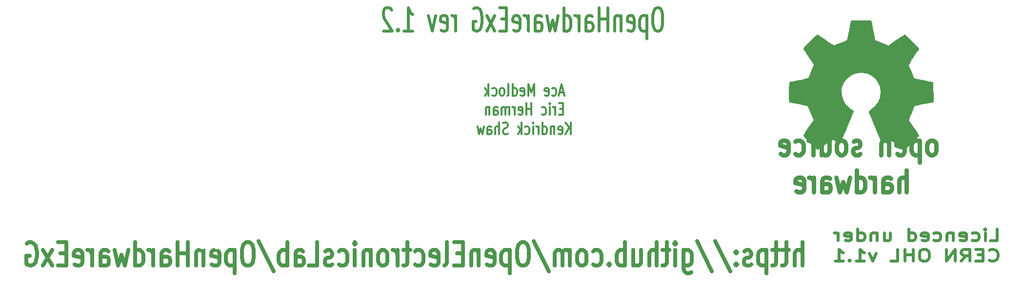
<source format=gbo>
G04 #@! TF.GenerationSoftware,KiCad,Pcbnew,(2018-02-14 revision 6afdf1cf8)-makepkg*
G04 #@! TF.CreationDate,2018-02-15T17:47:45+13:00*
G04 #@! TF.ProjectId,arduino-ads129x,61726475696E6F2D616473313239782E,rev?*
G04 #@! TF.SameCoordinates,Original*
G04 #@! TF.FileFunction,Legend,Bot*
G04 #@! TF.FilePolarity,Positive*
%FSLAX46Y46*%
G04 Gerber Fmt 4.6, Leading zero omitted, Abs format (unit mm)*
G04 Created by KiCad (PCBNEW (2018-02-14 revision 6afdf1cf8)-makepkg) date 02/15/18 17:47:45*
%MOMM*%
%LPD*%
G01*
G04 APERTURE LIST*
%ADD10C,0.304800*%
%ADD11C,0.508000*%
%ADD12C,0.635000*%
%ADD13C,0.762000*%
%ADD14C,0.002540*%
%ADD15R,1.501140X1.501140*%
%ADD16C,1.501140*%
%ADD17R,1.524000X1.524000*%
%ADD18C,1.524000*%
%ADD19C,2.700020*%
%ADD20C,3.797300*%
G04 APERTURE END LIST*
D10*
X138901714Y-72423866D02*
X138176000Y-72423866D01*
X139046857Y-73004438D02*
X138538857Y-70972438D01*
X138030857Y-73004438D01*
X136869714Y-72907676D02*
X137014857Y-73004438D01*
X137305142Y-73004438D01*
X137450285Y-72907676D01*
X137522857Y-72810914D01*
X137595428Y-72617390D01*
X137595428Y-72036819D01*
X137522857Y-71843295D01*
X137450285Y-71746533D01*
X137305142Y-71649771D01*
X137014857Y-71649771D01*
X136869714Y-71746533D01*
X135636000Y-72907676D02*
X135781142Y-73004438D01*
X136071428Y-73004438D01*
X136216571Y-72907676D01*
X136289142Y-72714152D01*
X136289142Y-71940057D01*
X136216571Y-71746533D01*
X136071428Y-71649771D01*
X135781142Y-71649771D01*
X135636000Y-71746533D01*
X135563428Y-71940057D01*
X135563428Y-72133580D01*
X136289142Y-72327104D01*
X133749142Y-73004438D02*
X133749142Y-70972438D01*
X133241142Y-72423866D01*
X132733142Y-70972438D01*
X132733142Y-73004438D01*
X131426857Y-72907676D02*
X131572000Y-73004438D01*
X131862285Y-73004438D01*
X132007428Y-72907676D01*
X132080000Y-72714152D01*
X132080000Y-71940057D01*
X132007428Y-71746533D01*
X131862285Y-71649771D01*
X131572000Y-71649771D01*
X131426857Y-71746533D01*
X131354285Y-71940057D01*
X131354285Y-72133580D01*
X132080000Y-72327104D01*
X130048000Y-73004438D02*
X130048000Y-70972438D01*
X130048000Y-72907676D02*
X130193142Y-73004438D01*
X130483428Y-73004438D01*
X130628571Y-72907676D01*
X130701142Y-72810914D01*
X130773714Y-72617390D01*
X130773714Y-72036819D01*
X130701142Y-71843295D01*
X130628571Y-71746533D01*
X130483428Y-71649771D01*
X130193142Y-71649771D01*
X130048000Y-71746533D01*
X129104571Y-73004438D02*
X129249714Y-72907676D01*
X129322285Y-72714152D01*
X129322285Y-70972438D01*
X128306285Y-73004438D02*
X128451428Y-72907676D01*
X128524000Y-72810914D01*
X128596571Y-72617390D01*
X128596571Y-72036819D01*
X128524000Y-71843295D01*
X128451428Y-71746533D01*
X128306285Y-71649771D01*
X128088571Y-71649771D01*
X127943428Y-71746533D01*
X127870857Y-71843295D01*
X127798285Y-72036819D01*
X127798285Y-72617390D01*
X127870857Y-72810914D01*
X127943428Y-72907676D01*
X128088571Y-73004438D01*
X128306285Y-73004438D01*
X126492000Y-72907676D02*
X126637142Y-73004438D01*
X126927428Y-73004438D01*
X127072571Y-72907676D01*
X127145142Y-72810914D01*
X127217714Y-72617390D01*
X127217714Y-72036819D01*
X127145142Y-71843295D01*
X127072571Y-71746533D01*
X126927428Y-71649771D01*
X126637142Y-71649771D01*
X126492000Y-71746533D01*
X125838857Y-73004438D02*
X125838857Y-70972438D01*
X125693714Y-72230342D02*
X125258285Y-73004438D01*
X125258285Y-71649771D02*
X125838857Y-72423866D01*
X138792857Y-75292857D02*
X138284857Y-75292857D01*
X138067142Y-76357238D02*
X138792857Y-76357238D01*
X138792857Y-74325238D01*
X138067142Y-74325238D01*
X137414000Y-76357238D02*
X137414000Y-75002571D01*
X137414000Y-75389619D02*
X137341428Y-75196095D01*
X137268857Y-75099333D01*
X137123714Y-75002571D01*
X136978571Y-75002571D01*
X136470571Y-76357238D02*
X136470571Y-75002571D01*
X136470571Y-74325238D02*
X136543142Y-74422000D01*
X136470571Y-74518761D01*
X136398000Y-74422000D01*
X136470571Y-74325238D01*
X136470571Y-74518761D01*
X135091714Y-76260476D02*
X135236857Y-76357238D01*
X135527142Y-76357238D01*
X135672285Y-76260476D01*
X135744857Y-76163714D01*
X135817428Y-75970190D01*
X135817428Y-75389619D01*
X135744857Y-75196095D01*
X135672285Y-75099333D01*
X135527142Y-75002571D01*
X135236857Y-75002571D01*
X135091714Y-75099333D01*
X133277428Y-76357238D02*
X133277428Y-74325238D01*
X133277428Y-75292857D02*
X132406571Y-75292857D01*
X132406571Y-76357238D02*
X132406571Y-74325238D01*
X131100285Y-76260476D02*
X131245428Y-76357238D01*
X131535714Y-76357238D01*
X131680857Y-76260476D01*
X131753428Y-76066952D01*
X131753428Y-75292857D01*
X131680857Y-75099333D01*
X131535714Y-75002571D01*
X131245428Y-75002571D01*
X131100285Y-75099333D01*
X131027714Y-75292857D01*
X131027714Y-75486380D01*
X131753428Y-75679904D01*
X130374571Y-76357238D02*
X130374571Y-75002571D01*
X130374571Y-75389619D02*
X130302000Y-75196095D01*
X130229428Y-75099333D01*
X130084285Y-75002571D01*
X129939142Y-75002571D01*
X129431142Y-76357238D02*
X129431142Y-75002571D01*
X129431142Y-75196095D02*
X129358571Y-75099333D01*
X129213428Y-75002571D01*
X128995714Y-75002571D01*
X128850571Y-75099333D01*
X128778000Y-75292857D01*
X128778000Y-76357238D01*
X128778000Y-75292857D02*
X128705428Y-75099333D01*
X128560285Y-75002571D01*
X128342571Y-75002571D01*
X128197428Y-75099333D01*
X128124857Y-75292857D01*
X128124857Y-76357238D01*
X126746000Y-76357238D02*
X126746000Y-75292857D01*
X126818571Y-75099333D01*
X126963714Y-75002571D01*
X127254000Y-75002571D01*
X127399142Y-75099333D01*
X126746000Y-76260476D02*
X126891142Y-76357238D01*
X127254000Y-76357238D01*
X127399142Y-76260476D01*
X127471714Y-76066952D01*
X127471714Y-75873428D01*
X127399142Y-75679904D01*
X127254000Y-75583142D01*
X126891142Y-75583142D01*
X126746000Y-75486380D01*
X126020285Y-75002571D02*
X126020285Y-76357238D01*
X126020285Y-75196095D02*
X125947714Y-75099333D01*
X125802571Y-75002571D01*
X125584857Y-75002571D01*
X125439714Y-75099333D01*
X125367142Y-75292857D01*
X125367142Y-76357238D01*
X140099142Y-79710038D02*
X140099142Y-77678038D01*
X139228285Y-79710038D02*
X139881428Y-78548895D01*
X139228285Y-77678038D02*
X140099142Y-78839180D01*
X137994571Y-79613276D02*
X138139714Y-79710038D01*
X138430000Y-79710038D01*
X138575142Y-79613276D01*
X138647714Y-79419752D01*
X138647714Y-78645657D01*
X138575142Y-78452133D01*
X138430000Y-78355371D01*
X138139714Y-78355371D01*
X137994571Y-78452133D01*
X137922000Y-78645657D01*
X137922000Y-78839180D01*
X138647714Y-79032704D01*
X137268857Y-78355371D02*
X137268857Y-79710038D01*
X137268857Y-78548895D02*
X137196285Y-78452133D01*
X137051142Y-78355371D01*
X136833428Y-78355371D01*
X136688285Y-78452133D01*
X136615714Y-78645657D01*
X136615714Y-79710038D01*
X135236857Y-79710038D02*
X135236857Y-77678038D01*
X135236857Y-79613276D02*
X135382000Y-79710038D01*
X135672285Y-79710038D01*
X135817428Y-79613276D01*
X135890000Y-79516514D01*
X135962571Y-79322990D01*
X135962571Y-78742419D01*
X135890000Y-78548895D01*
X135817428Y-78452133D01*
X135672285Y-78355371D01*
X135382000Y-78355371D01*
X135236857Y-78452133D01*
X134511142Y-79710038D02*
X134511142Y-78355371D01*
X134511142Y-78742419D02*
X134438571Y-78548895D01*
X134366000Y-78452133D01*
X134220857Y-78355371D01*
X134075714Y-78355371D01*
X133567714Y-79710038D02*
X133567714Y-78355371D01*
X133567714Y-77678038D02*
X133640285Y-77774800D01*
X133567714Y-77871561D01*
X133495142Y-77774800D01*
X133567714Y-77678038D01*
X133567714Y-77871561D01*
X132188857Y-79613276D02*
X132334000Y-79710038D01*
X132624285Y-79710038D01*
X132769428Y-79613276D01*
X132842000Y-79516514D01*
X132914571Y-79322990D01*
X132914571Y-78742419D01*
X132842000Y-78548895D01*
X132769428Y-78452133D01*
X132624285Y-78355371D01*
X132334000Y-78355371D01*
X132188857Y-78452133D01*
X131535714Y-79710038D02*
X131535714Y-77678038D01*
X131390571Y-78935942D02*
X130955142Y-79710038D01*
X130955142Y-78355371D02*
X131535714Y-79129466D01*
X129213428Y-79613276D02*
X128995714Y-79710038D01*
X128632857Y-79710038D01*
X128487714Y-79613276D01*
X128415142Y-79516514D01*
X128342571Y-79322990D01*
X128342571Y-79129466D01*
X128415142Y-78935942D01*
X128487714Y-78839180D01*
X128632857Y-78742419D01*
X128923142Y-78645657D01*
X129068285Y-78548895D01*
X129140857Y-78452133D01*
X129213428Y-78258609D01*
X129213428Y-78065085D01*
X129140857Y-77871561D01*
X129068285Y-77774800D01*
X128923142Y-77678038D01*
X128560285Y-77678038D01*
X128342571Y-77774800D01*
X127689428Y-79710038D02*
X127689428Y-77678038D01*
X127036285Y-79710038D02*
X127036285Y-78645657D01*
X127108857Y-78452133D01*
X127254000Y-78355371D01*
X127471714Y-78355371D01*
X127616857Y-78452133D01*
X127689428Y-78548895D01*
X125657428Y-79710038D02*
X125657428Y-78645657D01*
X125730000Y-78452133D01*
X125875142Y-78355371D01*
X126165428Y-78355371D01*
X126310571Y-78452133D01*
X125657428Y-79613276D02*
X125802571Y-79710038D01*
X126165428Y-79710038D01*
X126310571Y-79613276D01*
X126383142Y-79419752D01*
X126383142Y-79226228D01*
X126310571Y-79032704D01*
X126165428Y-78935942D01*
X125802571Y-78935942D01*
X125657428Y-78839180D01*
X125076857Y-78355371D02*
X124786571Y-79710038D01*
X124496285Y-78742419D01*
X124206000Y-79710038D01*
X123915714Y-78355371D01*
D11*
X155472190Y-57718476D02*
X154988380Y-57718476D01*
X154746476Y-57912000D01*
X154504571Y-58299047D01*
X154383619Y-59073142D01*
X154383619Y-60427809D01*
X154504571Y-61201904D01*
X154746476Y-61588952D01*
X154988380Y-61782476D01*
X155472190Y-61782476D01*
X155714095Y-61588952D01*
X155956000Y-61201904D01*
X156076952Y-60427809D01*
X156076952Y-59073142D01*
X155956000Y-58299047D01*
X155714095Y-57912000D01*
X155472190Y-57718476D01*
X153295047Y-59073142D02*
X153295047Y-63137142D01*
X153295047Y-59266666D02*
X153053142Y-59073142D01*
X152569333Y-59073142D01*
X152327428Y-59266666D01*
X152206476Y-59460190D01*
X152085523Y-59847238D01*
X152085523Y-61008380D01*
X152206476Y-61395428D01*
X152327428Y-61588952D01*
X152569333Y-61782476D01*
X153053142Y-61782476D01*
X153295047Y-61588952D01*
X150029333Y-61588952D02*
X150271238Y-61782476D01*
X150755047Y-61782476D01*
X150996952Y-61588952D01*
X151117904Y-61201904D01*
X151117904Y-59653714D01*
X150996952Y-59266666D01*
X150755047Y-59073142D01*
X150271238Y-59073142D01*
X150029333Y-59266666D01*
X149908380Y-59653714D01*
X149908380Y-60040761D01*
X151117904Y-60427809D01*
X148819809Y-59073142D02*
X148819809Y-61782476D01*
X148819809Y-59460190D02*
X148698857Y-59266666D01*
X148456952Y-59073142D01*
X148094095Y-59073142D01*
X147852190Y-59266666D01*
X147731238Y-59653714D01*
X147731238Y-61782476D01*
X146521714Y-61782476D02*
X146521714Y-57718476D01*
X146521714Y-59653714D02*
X145070285Y-59653714D01*
X145070285Y-61782476D02*
X145070285Y-57718476D01*
X142772190Y-61782476D02*
X142772190Y-59653714D01*
X142893142Y-59266666D01*
X143135047Y-59073142D01*
X143618857Y-59073142D01*
X143860761Y-59266666D01*
X142772190Y-61588952D02*
X143014095Y-61782476D01*
X143618857Y-61782476D01*
X143860761Y-61588952D01*
X143981714Y-61201904D01*
X143981714Y-60814857D01*
X143860761Y-60427809D01*
X143618857Y-60234285D01*
X143014095Y-60234285D01*
X142772190Y-60040761D01*
X141562666Y-61782476D02*
X141562666Y-59073142D01*
X141562666Y-59847238D02*
X141441714Y-59460190D01*
X141320761Y-59266666D01*
X141078857Y-59073142D01*
X140836952Y-59073142D01*
X138901714Y-61782476D02*
X138901714Y-57718476D01*
X138901714Y-61588952D02*
X139143619Y-61782476D01*
X139627428Y-61782476D01*
X139869333Y-61588952D01*
X139990285Y-61395428D01*
X140111238Y-61008380D01*
X140111238Y-59847238D01*
X139990285Y-59460190D01*
X139869333Y-59266666D01*
X139627428Y-59073142D01*
X139143619Y-59073142D01*
X138901714Y-59266666D01*
X137934095Y-59073142D02*
X137450285Y-61782476D01*
X136966476Y-59847238D01*
X136482666Y-61782476D01*
X135998857Y-59073142D01*
X133942666Y-61782476D02*
X133942666Y-59653714D01*
X134063619Y-59266666D01*
X134305523Y-59073142D01*
X134789333Y-59073142D01*
X135031238Y-59266666D01*
X133942666Y-61588952D02*
X134184571Y-61782476D01*
X134789333Y-61782476D01*
X135031238Y-61588952D01*
X135152190Y-61201904D01*
X135152190Y-60814857D01*
X135031238Y-60427809D01*
X134789333Y-60234285D01*
X134184571Y-60234285D01*
X133942666Y-60040761D01*
X132733142Y-61782476D02*
X132733142Y-59073142D01*
X132733142Y-59847238D02*
X132612190Y-59460190D01*
X132491238Y-59266666D01*
X132249333Y-59073142D01*
X132007428Y-59073142D01*
X130193142Y-61588952D02*
X130435047Y-61782476D01*
X130918857Y-61782476D01*
X131160761Y-61588952D01*
X131281714Y-61201904D01*
X131281714Y-59653714D01*
X131160761Y-59266666D01*
X130918857Y-59073142D01*
X130435047Y-59073142D01*
X130193142Y-59266666D01*
X130072190Y-59653714D01*
X130072190Y-60040761D01*
X131281714Y-60427809D01*
X128983619Y-59653714D02*
X128136952Y-59653714D01*
X127774095Y-61782476D02*
X128983619Y-61782476D01*
X128983619Y-57718476D01*
X127774095Y-57718476D01*
X126927428Y-61782476D02*
X125596952Y-59073142D01*
X126927428Y-59073142D02*
X125596952Y-61782476D01*
X123298857Y-57912000D02*
X123540761Y-57718476D01*
X123903619Y-57718476D01*
X124266476Y-57912000D01*
X124508380Y-58299047D01*
X124629333Y-58686095D01*
X124750285Y-59460190D01*
X124750285Y-60040761D01*
X124629333Y-60814857D01*
X124508380Y-61201904D01*
X124266476Y-61588952D01*
X123903619Y-61782476D01*
X123661714Y-61782476D01*
X123298857Y-61588952D01*
X123177904Y-61395428D01*
X123177904Y-60040761D01*
X123661714Y-60040761D01*
X120154095Y-61782476D02*
X120154095Y-59073142D01*
X120154095Y-59847238D02*
X120033142Y-59460190D01*
X119912190Y-59266666D01*
X119670285Y-59073142D01*
X119428380Y-59073142D01*
X117614095Y-61588952D02*
X117855999Y-61782476D01*
X118339809Y-61782476D01*
X118581714Y-61588952D01*
X118702666Y-61201904D01*
X118702666Y-59653714D01*
X118581714Y-59266666D01*
X118339809Y-59073142D01*
X117855999Y-59073142D01*
X117614095Y-59266666D01*
X117493142Y-59653714D01*
X117493142Y-60040761D01*
X118702666Y-60427809D01*
X116646476Y-59073142D02*
X116041714Y-61782476D01*
X115436952Y-59073142D01*
X111203619Y-61782476D02*
X112655047Y-61782476D01*
X111929333Y-61782476D02*
X111929333Y-57718476D01*
X112171238Y-58299047D01*
X112413142Y-58686095D01*
X112655047Y-58879619D01*
X110115047Y-61395428D02*
X109994095Y-61588952D01*
X110115047Y-61782476D01*
X110235999Y-61588952D01*
X110115047Y-61395428D01*
X110115047Y-61782476D01*
X109026476Y-58105523D02*
X108905523Y-57912000D01*
X108663619Y-57718476D01*
X108058857Y-57718476D01*
X107816952Y-57912000D01*
X107695999Y-58105523D01*
X107575047Y-58492571D01*
X107575047Y-58879619D01*
X107695999Y-59460190D01*
X109147428Y-61782476D01*
X107575047Y-61782476D01*
D12*
X180303714Y-102612976D02*
X180303714Y-98548976D01*
X178997428Y-102612976D02*
X178997428Y-100484214D01*
X179142571Y-100097166D01*
X179432857Y-99903642D01*
X179868285Y-99903642D01*
X180158571Y-100097166D01*
X180303714Y-100290690D01*
X177981428Y-99903642D02*
X176820285Y-99903642D01*
X177546000Y-98548976D02*
X177546000Y-102032404D01*
X177400857Y-102419452D01*
X177110571Y-102612976D01*
X176820285Y-102612976D01*
X176239714Y-99903642D02*
X175078571Y-99903642D01*
X175804285Y-98548976D02*
X175804285Y-102032404D01*
X175659142Y-102419452D01*
X175368857Y-102612976D01*
X175078571Y-102612976D01*
X174062571Y-99903642D02*
X174062571Y-103967642D01*
X174062571Y-100097166D02*
X173772285Y-99903642D01*
X173191714Y-99903642D01*
X172901428Y-100097166D01*
X172756285Y-100290690D01*
X172611142Y-100677738D01*
X172611142Y-101838880D01*
X172756285Y-102225928D01*
X172901428Y-102419452D01*
X173191714Y-102612976D01*
X173772285Y-102612976D01*
X174062571Y-102419452D01*
X171450000Y-102419452D02*
X171159714Y-102612976D01*
X170579142Y-102612976D01*
X170288857Y-102419452D01*
X170143714Y-102032404D01*
X170143714Y-101838880D01*
X170288857Y-101451833D01*
X170579142Y-101258309D01*
X171014571Y-101258309D01*
X171304857Y-101064785D01*
X171450000Y-100677738D01*
X171450000Y-100484214D01*
X171304857Y-100097166D01*
X171014571Y-99903642D01*
X170579142Y-99903642D01*
X170288857Y-100097166D01*
X168837428Y-102225928D02*
X168692285Y-102419452D01*
X168837428Y-102612976D01*
X168982571Y-102419452D01*
X168837428Y-102225928D01*
X168837428Y-102612976D01*
X168837428Y-100097166D02*
X168692285Y-100290690D01*
X168837428Y-100484214D01*
X168982571Y-100290690D01*
X168837428Y-100097166D01*
X168837428Y-100484214D01*
X165208857Y-98355452D02*
X167821428Y-103580595D01*
X162015714Y-98355452D02*
X164628285Y-103580595D01*
X159693428Y-99903642D02*
X159693428Y-103193547D01*
X159838571Y-103580595D01*
X159983714Y-103774119D01*
X160274000Y-103967642D01*
X160709428Y-103967642D01*
X160999714Y-103774119D01*
X159693428Y-102419452D02*
X159983714Y-102612976D01*
X160564285Y-102612976D01*
X160854571Y-102419452D01*
X160999714Y-102225928D01*
X161144857Y-101838880D01*
X161144857Y-100677738D01*
X160999714Y-100290690D01*
X160854571Y-100097166D01*
X160564285Y-99903642D01*
X159983714Y-99903642D01*
X159693428Y-100097166D01*
X158242000Y-102612976D02*
X158242000Y-99903642D01*
X158242000Y-98548976D02*
X158387142Y-98742500D01*
X158242000Y-98936023D01*
X158096857Y-98742500D01*
X158242000Y-98548976D01*
X158242000Y-98936023D01*
X157226000Y-99903642D02*
X156064857Y-99903642D01*
X156790571Y-98548976D02*
X156790571Y-102032404D01*
X156645428Y-102419452D01*
X156355142Y-102612976D01*
X156064857Y-102612976D01*
X155048857Y-102612976D02*
X155048857Y-98548976D01*
X153742571Y-102612976D02*
X153742571Y-100484214D01*
X153887714Y-100097166D01*
X154178000Y-99903642D01*
X154613428Y-99903642D01*
X154903714Y-100097166D01*
X155048857Y-100290690D01*
X150984857Y-99903642D02*
X150984857Y-102612976D01*
X152291142Y-99903642D02*
X152291142Y-102032404D01*
X152146000Y-102419452D01*
X151855714Y-102612976D01*
X151420285Y-102612976D01*
X151130000Y-102419452D01*
X150984857Y-102225928D01*
X149533428Y-102612976D02*
X149533428Y-98548976D01*
X149533428Y-100097166D02*
X149243142Y-99903642D01*
X148662571Y-99903642D01*
X148372285Y-100097166D01*
X148227142Y-100290690D01*
X148082000Y-100677738D01*
X148082000Y-101838880D01*
X148227142Y-102225928D01*
X148372285Y-102419452D01*
X148662571Y-102612976D01*
X149243142Y-102612976D01*
X149533428Y-102419452D01*
X146775714Y-102225928D02*
X146630571Y-102419452D01*
X146775714Y-102612976D01*
X146920857Y-102419452D01*
X146775714Y-102225928D01*
X146775714Y-102612976D01*
X144018000Y-102419452D02*
X144308285Y-102612976D01*
X144888857Y-102612976D01*
X145179142Y-102419452D01*
X145324285Y-102225928D01*
X145469428Y-101838880D01*
X145469428Y-100677738D01*
X145324285Y-100290690D01*
X145179142Y-100097166D01*
X144888857Y-99903642D01*
X144308285Y-99903642D01*
X144018000Y-100097166D01*
X142276285Y-102612976D02*
X142566571Y-102419452D01*
X142711714Y-102225928D01*
X142856857Y-101838880D01*
X142856857Y-100677738D01*
X142711714Y-100290690D01*
X142566571Y-100097166D01*
X142276285Y-99903642D01*
X141840857Y-99903642D01*
X141550571Y-100097166D01*
X141405428Y-100290690D01*
X141260285Y-100677738D01*
X141260285Y-101838880D01*
X141405428Y-102225928D01*
X141550571Y-102419452D01*
X141840857Y-102612976D01*
X142276285Y-102612976D01*
X139954000Y-102612976D02*
X139954000Y-99903642D01*
X139954000Y-100290690D02*
X139808857Y-100097166D01*
X139518571Y-99903642D01*
X139083142Y-99903642D01*
X138792857Y-100097166D01*
X138647714Y-100484214D01*
X138647714Y-102612976D01*
X138647714Y-100484214D02*
X138502571Y-100097166D01*
X138212285Y-99903642D01*
X137776857Y-99903642D01*
X137486571Y-100097166D01*
X137341428Y-100484214D01*
X137341428Y-102612976D01*
X133712857Y-98355452D02*
X136325428Y-103580595D01*
X132116285Y-98548976D02*
X131535714Y-98548976D01*
X131245428Y-98742500D01*
X130955142Y-99129547D01*
X130810000Y-99903642D01*
X130810000Y-101258309D01*
X130955142Y-102032404D01*
X131245428Y-102419452D01*
X131535714Y-102612976D01*
X132116285Y-102612976D01*
X132406571Y-102419452D01*
X132696857Y-102032404D01*
X132842000Y-101258309D01*
X132842000Y-99903642D01*
X132696857Y-99129547D01*
X132406571Y-98742500D01*
X132116285Y-98548976D01*
X129503714Y-99903642D02*
X129503714Y-103967642D01*
X129503714Y-100097166D02*
X129213428Y-99903642D01*
X128632857Y-99903642D01*
X128342571Y-100097166D01*
X128197428Y-100290690D01*
X128052285Y-100677738D01*
X128052285Y-101838880D01*
X128197428Y-102225928D01*
X128342571Y-102419452D01*
X128632857Y-102612976D01*
X129213428Y-102612976D01*
X129503714Y-102419452D01*
X125584857Y-102419452D02*
X125875142Y-102612976D01*
X126455714Y-102612976D01*
X126746000Y-102419452D01*
X126891142Y-102032404D01*
X126891142Y-100484214D01*
X126746000Y-100097166D01*
X126455714Y-99903642D01*
X125875142Y-99903642D01*
X125584857Y-100097166D01*
X125439714Y-100484214D01*
X125439714Y-100871261D01*
X126891142Y-101258309D01*
X124133428Y-99903642D02*
X124133428Y-102612976D01*
X124133428Y-100290690D02*
X123988285Y-100097166D01*
X123698000Y-99903642D01*
X123262571Y-99903642D01*
X122972285Y-100097166D01*
X122827142Y-100484214D01*
X122827142Y-102612976D01*
X121375714Y-100484214D02*
X120359714Y-100484214D01*
X119924285Y-102612976D02*
X121375714Y-102612976D01*
X121375714Y-98548976D01*
X119924285Y-98548976D01*
X118182571Y-102612976D02*
X118472857Y-102419452D01*
X118618000Y-102032404D01*
X118618000Y-98548976D01*
X115860285Y-102419452D02*
X116150571Y-102612976D01*
X116731142Y-102612976D01*
X117021428Y-102419452D01*
X117166571Y-102032404D01*
X117166571Y-100484214D01*
X117021428Y-100097166D01*
X116731142Y-99903642D01*
X116150571Y-99903642D01*
X115860285Y-100097166D01*
X115715142Y-100484214D01*
X115715142Y-100871261D01*
X117166571Y-101258309D01*
X113102571Y-102419452D02*
X113392857Y-102612976D01*
X113973428Y-102612976D01*
X114263714Y-102419452D01*
X114408857Y-102225928D01*
X114554000Y-101838880D01*
X114554000Y-100677738D01*
X114408857Y-100290690D01*
X114263714Y-100097166D01*
X113973428Y-99903642D01*
X113392857Y-99903642D01*
X113102571Y-100097166D01*
X112231714Y-99903642D02*
X111070571Y-99903642D01*
X111796285Y-98548976D02*
X111796285Y-102032404D01*
X111651142Y-102419452D01*
X111360857Y-102612976D01*
X111070571Y-102612976D01*
X110054571Y-102612976D02*
X110054571Y-99903642D01*
X110054571Y-100677738D02*
X109909428Y-100290690D01*
X109764285Y-100097166D01*
X109474000Y-99903642D01*
X109183714Y-99903642D01*
X107732285Y-102612976D02*
X108022571Y-102419452D01*
X108167714Y-102225928D01*
X108312857Y-101838880D01*
X108312857Y-100677738D01*
X108167714Y-100290690D01*
X108022571Y-100097166D01*
X107732285Y-99903642D01*
X107296857Y-99903642D01*
X107006571Y-100097166D01*
X106861428Y-100290690D01*
X106716285Y-100677738D01*
X106716285Y-101838880D01*
X106861428Y-102225928D01*
X107006571Y-102419452D01*
X107296857Y-102612976D01*
X107732285Y-102612976D01*
X105410000Y-99903642D02*
X105410000Y-102612976D01*
X105410000Y-100290690D02*
X105264857Y-100097166D01*
X104974571Y-99903642D01*
X104539142Y-99903642D01*
X104248857Y-100097166D01*
X104103714Y-100484214D01*
X104103714Y-102612976D01*
X102652285Y-102612976D02*
X102652285Y-99903642D01*
X102652285Y-98548976D02*
X102797428Y-98742500D01*
X102652285Y-98936023D01*
X102507142Y-98742500D01*
X102652285Y-98548976D01*
X102652285Y-98936023D01*
X99894571Y-102419452D02*
X100184857Y-102612976D01*
X100765428Y-102612976D01*
X101055714Y-102419452D01*
X101200857Y-102225928D01*
X101346000Y-101838880D01*
X101346000Y-100677738D01*
X101200857Y-100290690D01*
X101055714Y-100097166D01*
X100765428Y-99903642D01*
X100184857Y-99903642D01*
X99894571Y-100097166D01*
X98733428Y-102419452D02*
X98443142Y-102612976D01*
X97862571Y-102612976D01*
X97572285Y-102419452D01*
X97427142Y-102032404D01*
X97427142Y-101838880D01*
X97572285Y-101451833D01*
X97862571Y-101258309D01*
X98298000Y-101258309D01*
X98588285Y-101064785D01*
X98733428Y-100677738D01*
X98733428Y-100484214D01*
X98588285Y-100097166D01*
X98298000Y-99903642D01*
X97862571Y-99903642D01*
X97572285Y-100097166D01*
X94669428Y-102612976D02*
X96120857Y-102612976D01*
X96120857Y-98548976D01*
X92347142Y-102612976D02*
X92347142Y-100484214D01*
X92492285Y-100097166D01*
X92782571Y-99903642D01*
X93363142Y-99903642D01*
X93653428Y-100097166D01*
X92347142Y-102419452D02*
X92637428Y-102612976D01*
X93363142Y-102612976D01*
X93653428Y-102419452D01*
X93798571Y-102032404D01*
X93798571Y-101645357D01*
X93653428Y-101258309D01*
X93363142Y-101064785D01*
X92637428Y-101064785D01*
X92347142Y-100871261D01*
X90895714Y-102612976D02*
X90895714Y-98548976D01*
X90895714Y-100097166D02*
X90605428Y-99903642D01*
X90024857Y-99903642D01*
X89734571Y-100097166D01*
X89589428Y-100290690D01*
X89444285Y-100677738D01*
X89444285Y-101838880D01*
X89589428Y-102225928D01*
X89734571Y-102419452D01*
X90024857Y-102612976D01*
X90605428Y-102612976D01*
X90895714Y-102419452D01*
X85960857Y-98355452D02*
X88573428Y-103580595D01*
X84364285Y-98548976D02*
X83783714Y-98548976D01*
X83493428Y-98742500D01*
X83203142Y-99129547D01*
X83058000Y-99903642D01*
X83058000Y-101258309D01*
X83203142Y-102032404D01*
X83493428Y-102419452D01*
X83783714Y-102612976D01*
X84364285Y-102612976D01*
X84654571Y-102419452D01*
X84944857Y-102032404D01*
X85090000Y-101258309D01*
X85090000Y-99903642D01*
X84944857Y-99129547D01*
X84654571Y-98742500D01*
X84364285Y-98548976D01*
X81751714Y-99903642D02*
X81751714Y-103967642D01*
X81751714Y-100097166D02*
X81461428Y-99903642D01*
X80880857Y-99903642D01*
X80590571Y-100097166D01*
X80445428Y-100290690D01*
X80300285Y-100677738D01*
X80300285Y-101838880D01*
X80445428Y-102225928D01*
X80590571Y-102419452D01*
X80880857Y-102612976D01*
X81461428Y-102612976D01*
X81751714Y-102419452D01*
X77832857Y-102419452D02*
X78123142Y-102612976D01*
X78703714Y-102612976D01*
X78994000Y-102419452D01*
X79139142Y-102032404D01*
X79139142Y-100484214D01*
X78994000Y-100097166D01*
X78703714Y-99903642D01*
X78123142Y-99903642D01*
X77832857Y-100097166D01*
X77687714Y-100484214D01*
X77687714Y-100871261D01*
X79139142Y-101258309D01*
X76381428Y-99903642D02*
X76381428Y-102612976D01*
X76381428Y-100290690D02*
X76236285Y-100097166D01*
X75946000Y-99903642D01*
X75510571Y-99903642D01*
X75220285Y-100097166D01*
X75075142Y-100484214D01*
X75075142Y-102612976D01*
X73623714Y-102612976D02*
X73623714Y-98548976D01*
X73623714Y-100484214D02*
X71882000Y-100484214D01*
X71882000Y-102612976D02*
X71882000Y-98548976D01*
X69124285Y-102612976D02*
X69124285Y-100484214D01*
X69269428Y-100097166D01*
X69559714Y-99903642D01*
X70140285Y-99903642D01*
X70430571Y-100097166D01*
X69124285Y-102419452D02*
X69414571Y-102612976D01*
X70140285Y-102612976D01*
X70430571Y-102419452D01*
X70575714Y-102032404D01*
X70575714Y-101645357D01*
X70430571Y-101258309D01*
X70140285Y-101064785D01*
X69414571Y-101064785D01*
X69124285Y-100871261D01*
X67672857Y-102612976D02*
X67672857Y-99903642D01*
X67672857Y-100677738D02*
X67527714Y-100290690D01*
X67382571Y-100097166D01*
X67092285Y-99903642D01*
X66802000Y-99903642D01*
X64479714Y-102612976D02*
X64479714Y-98548976D01*
X64479714Y-102419452D02*
X64770000Y-102612976D01*
X65350571Y-102612976D01*
X65640857Y-102419452D01*
X65786000Y-102225928D01*
X65931142Y-101838880D01*
X65931142Y-100677738D01*
X65786000Y-100290690D01*
X65640857Y-100097166D01*
X65350571Y-99903642D01*
X64770000Y-99903642D01*
X64479714Y-100097166D01*
X63318571Y-99903642D02*
X62738000Y-102612976D01*
X62157428Y-100677738D01*
X61576857Y-102612976D01*
X60996285Y-99903642D01*
X58528857Y-102612976D02*
X58528857Y-100484214D01*
X58674000Y-100097166D01*
X58964285Y-99903642D01*
X59544857Y-99903642D01*
X59835142Y-100097166D01*
X58528857Y-102419452D02*
X58819142Y-102612976D01*
X59544857Y-102612976D01*
X59835142Y-102419452D01*
X59980285Y-102032404D01*
X59980285Y-101645357D01*
X59835142Y-101258309D01*
X59544857Y-101064785D01*
X58819142Y-101064785D01*
X58528857Y-100871261D01*
X57077428Y-102612976D02*
X57077428Y-99903642D01*
X57077428Y-100677738D02*
X56932285Y-100290690D01*
X56787142Y-100097166D01*
X56496857Y-99903642D01*
X56206571Y-99903642D01*
X54029428Y-102419452D02*
X54319714Y-102612976D01*
X54900285Y-102612976D01*
X55190571Y-102419452D01*
X55335714Y-102032404D01*
X55335714Y-100484214D01*
X55190571Y-100097166D01*
X54900285Y-99903642D01*
X54319714Y-99903642D01*
X54029428Y-100097166D01*
X53884285Y-100484214D01*
X53884285Y-100871261D01*
X55335714Y-101258309D01*
X52578000Y-100484214D02*
X51562000Y-100484214D01*
X51126571Y-102612976D02*
X52578000Y-102612976D01*
X52578000Y-98548976D01*
X51126571Y-98548976D01*
X50110571Y-102612976D02*
X48514000Y-99903642D01*
X50110571Y-99903642D02*
X48514000Y-102612976D01*
X45756285Y-98742500D02*
X46046571Y-98548976D01*
X46482000Y-98548976D01*
X46917428Y-98742500D01*
X47207714Y-99129547D01*
X47352857Y-99516595D01*
X47498000Y-100290690D01*
X47498000Y-100871261D01*
X47352857Y-101645357D01*
X47207714Y-102032404D01*
X46917428Y-102419452D01*
X46482000Y-102612976D01*
X46191714Y-102612976D01*
X45756285Y-102419452D01*
X45611142Y-102225928D01*
X45611142Y-100871261D01*
X46191714Y-100871261D01*
D11*
X212912476Y-98264738D02*
X214122000Y-98264738D01*
X214122000Y-96232738D01*
X212065809Y-98264738D02*
X212065809Y-96910071D01*
X212065809Y-96232738D02*
X212186761Y-96329500D01*
X212065809Y-96426261D01*
X211944857Y-96329500D01*
X212065809Y-96232738D01*
X212065809Y-96426261D01*
X209767714Y-98167976D02*
X210009619Y-98264738D01*
X210493428Y-98264738D01*
X210735333Y-98167976D01*
X210856285Y-98071214D01*
X210977238Y-97877690D01*
X210977238Y-97297119D01*
X210856285Y-97103595D01*
X210735333Y-97006833D01*
X210493428Y-96910071D01*
X210009619Y-96910071D01*
X209767714Y-97006833D01*
X207711523Y-98167976D02*
X207953428Y-98264738D01*
X208437238Y-98264738D01*
X208679142Y-98167976D01*
X208800095Y-97974452D01*
X208800095Y-97200357D01*
X208679142Y-97006833D01*
X208437238Y-96910071D01*
X207953428Y-96910071D01*
X207711523Y-97006833D01*
X207590571Y-97200357D01*
X207590571Y-97393880D01*
X208800095Y-97587404D01*
X206502000Y-96910071D02*
X206502000Y-98264738D01*
X206502000Y-97103595D02*
X206381047Y-97006833D01*
X206139142Y-96910071D01*
X205776285Y-96910071D01*
X205534380Y-97006833D01*
X205413428Y-97200357D01*
X205413428Y-98264738D01*
X203115333Y-98167976D02*
X203357238Y-98264738D01*
X203841047Y-98264738D01*
X204082952Y-98167976D01*
X204203904Y-98071214D01*
X204324857Y-97877690D01*
X204324857Y-97297119D01*
X204203904Y-97103595D01*
X204082952Y-97006833D01*
X203841047Y-96910071D01*
X203357238Y-96910071D01*
X203115333Y-97006833D01*
X201059142Y-98167976D02*
X201301047Y-98264738D01*
X201784857Y-98264738D01*
X202026761Y-98167976D01*
X202147714Y-97974452D01*
X202147714Y-97200357D01*
X202026761Y-97006833D01*
X201784857Y-96910071D01*
X201301047Y-96910071D01*
X201059142Y-97006833D01*
X200938190Y-97200357D01*
X200938190Y-97393880D01*
X202147714Y-97587404D01*
X198761047Y-98264738D02*
X198761047Y-96232738D01*
X198761047Y-98167976D02*
X199002952Y-98264738D01*
X199486761Y-98264738D01*
X199728666Y-98167976D01*
X199849619Y-98071214D01*
X199970571Y-97877690D01*
X199970571Y-97297119D01*
X199849619Y-97103595D01*
X199728666Y-97006833D01*
X199486761Y-96910071D01*
X199002952Y-96910071D01*
X198761047Y-97006833D01*
X194527714Y-96910071D02*
X194527714Y-98264738D01*
X195616285Y-96910071D02*
X195616285Y-97974452D01*
X195495333Y-98167976D01*
X195253428Y-98264738D01*
X194890571Y-98264738D01*
X194648666Y-98167976D01*
X194527714Y-98071214D01*
X193318190Y-96910071D02*
X193318190Y-98264738D01*
X193318190Y-97103595D02*
X193197238Y-97006833D01*
X192955333Y-96910071D01*
X192592476Y-96910071D01*
X192350571Y-97006833D01*
X192229619Y-97200357D01*
X192229619Y-98264738D01*
X189931523Y-98264738D02*
X189931523Y-96232738D01*
X189931523Y-98167976D02*
X190173428Y-98264738D01*
X190657238Y-98264738D01*
X190899142Y-98167976D01*
X191020095Y-98071214D01*
X191141047Y-97877690D01*
X191141047Y-97297119D01*
X191020095Y-97103595D01*
X190899142Y-97006833D01*
X190657238Y-96910071D01*
X190173428Y-96910071D01*
X189931523Y-97006833D01*
X187754380Y-98167976D02*
X187996285Y-98264738D01*
X188480095Y-98264738D01*
X188722000Y-98167976D01*
X188842952Y-97974452D01*
X188842952Y-97200357D01*
X188722000Y-97006833D01*
X188480095Y-96910071D01*
X187996285Y-96910071D01*
X187754380Y-97006833D01*
X187633428Y-97200357D01*
X187633428Y-97393880D01*
X188842952Y-97587404D01*
X186544857Y-98264738D02*
X186544857Y-96910071D01*
X186544857Y-97297119D02*
X186423904Y-97103595D01*
X186302952Y-97006833D01*
X186061047Y-96910071D01*
X185819142Y-96910071D01*
X212731047Y-101627214D02*
X212852000Y-101723976D01*
X213214857Y-101820738D01*
X213456761Y-101820738D01*
X213819619Y-101723976D01*
X214061523Y-101530452D01*
X214182476Y-101336928D01*
X214303428Y-100949880D01*
X214303428Y-100659595D01*
X214182476Y-100272547D01*
X214061523Y-100079023D01*
X213819619Y-99885500D01*
X213456761Y-99788738D01*
X213214857Y-99788738D01*
X212852000Y-99885500D01*
X212731047Y-99982261D01*
X211642476Y-100756357D02*
X210795809Y-100756357D01*
X210432952Y-101820738D02*
X211642476Y-101820738D01*
X211642476Y-99788738D01*
X210432952Y-99788738D01*
X207892952Y-101820738D02*
X208739619Y-100853119D01*
X209344380Y-101820738D02*
X209344380Y-99788738D01*
X208376761Y-99788738D01*
X208134857Y-99885500D01*
X208013904Y-99982261D01*
X207892952Y-100175785D01*
X207892952Y-100466071D01*
X208013904Y-100659595D01*
X208134857Y-100756357D01*
X208376761Y-100853119D01*
X209344380Y-100853119D01*
X206804380Y-101820738D02*
X206804380Y-99788738D01*
X205352952Y-101820738D01*
X205352952Y-99788738D01*
X201724380Y-99788738D02*
X201240571Y-99788738D01*
X200998666Y-99885500D01*
X200756761Y-100079023D01*
X200635809Y-100466071D01*
X200635809Y-101143404D01*
X200756761Y-101530452D01*
X200998666Y-101723976D01*
X201240571Y-101820738D01*
X201724380Y-101820738D01*
X201966285Y-101723976D01*
X202208190Y-101530452D01*
X202329142Y-101143404D01*
X202329142Y-100466071D01*
X202208190Y-100079023D01*
X201966285Y-99885500D01*
X201724380Y-99788738D01*
X199547238Y-101820738D02*
X199547238Y-99788738D01*
X199547238Y-100756357D02*
X198095809Y-100756357D01*
X198095809Y-101820738D02*
X198095809Y-99788738D01*
X195676761Y-101820738D02*
X196886285Y-101820738D01*
X196886285Y-99788738D01*
X193136761Y-100466071D02*
X192532000Y-101820738D01*
X191927238Y-100466071D01*
X189629142Y-101820738D02*
X191080571Y-101820738D01*
X190354857Y-101820738D02*
X190354857Y-99788738D01*
X190596761Y-100079023D01*
X190838666Y-100272547D01*
X191080571Y-100369309D01*
X188540571Y-101627214D02*
X188419619Y-101723976D01*
X188540571Y-101820738D01*
X188661523Y-101723976D01*
X188540571Y-101627214D01*
X188540571Y-101820738D01*
X186000571Y-101820738D02*
X187452000Y-101820738D01*
X186726285Y-101820738D02*
X186726285Y-99788738D01*
X186968190Y-100079023D01*
X187210095Y-100272547D01*
X187452000Y-100369309D01*
D13*
X202982285Y-83321071D02*
X203272571Y-83139642D01*
X203417714Y-82958214D01*
X203562857Y-82595357D01*
X203562857Y-81506785D01*
X203417714Y-81143928D01*
X203272571Y-80962500D01*
X202982285Y-80781071D01*
X202546857Y-80781071D01*
X202256571Y-80962500D01*
X202111428Y-81143928D01*
X201966285Y-81506785D01*
X201966285Y-82595357D01*
X202111428Y-82958214D01*
X202256571Y-83139642D01*
X202546857Y-83321071D01*
X202982285Y-83321071D01*
X200660000Y-80781071D02*
X200660000Y-84591071D01*
X200660000Y-80962500D02*
X200369714Y-80781071D01*
X199789142Y-80781071D01*
X199498857Y-80962500D01*
X199353714Y-81143928D01*
X199208571Y-81506785D01*
X199208571Y-82595357D01*
X199353714Y-82958214D01*
X199498857Y-83139642D01*
X199789142Y-83321071D01*
X200369714Y-83321071D01*
X200660000Y-83139642D01*
X196741142Y-83139642D02*
X197031428Y-83321071D01*
X197612000Y-83321071D01*
X197902285Y-83139642D01*
X198047428Y-82776785D01*
X198047428Y-81325357D01*
X197902285Y-80962500D01*
X197612000Y-80781071D01*
X197031428Y-80781071D01*
X196741142Y-80962500D01*
X196596000Y-81325357D01*
X196596000Y-81688214D01*
X198047428Y-82051071D01*
X195289714Y-80781071D02*
X195289714Y-83321071D01*
X195289714Y-81143928D02*
X195144571Y-80962500D01*
X194854285Y-80781071D01*
X194418857Y-80781071D01*
X194128571Y-80962500D01*
X193983428Y-81325357D01*
X193983428Y-83321071D01*
X190354857Y-83139642D02*
X190064571Y-83321071D01*
X189484000Y-83321071D01*
X189193714Y-83139642D01*
X189048571Y-82776785D01*
X189048571Y-82595357D01*
X189193714Y-82232500D01*
X189484000Y-82051071D01*
X189919428Y-82051071D01*
X190209714Y-81869642D01*
X190354857Y-81506785D01*
X190354857Y-81325357D01*
X190209714Y-80962500D01*
X189919428Y-80781071D01*
X189484000Y-80781071D01*
X189193714Y-80962500D01*
X187306857Y-83321071D02*
X187597142Y-83139642D01*
X187742285Y-82958214D01*
X187887428Y-82595357D01*
X187887428Y-81506785D01*
X187742285Y-81143928D01*
X187597142Y-80962500D01*
X187306857Y-80781071D01*
X186871428Y-80781071D01*
X186581142Y-80962500D01*
X186436000Y-81143928D01*
X186290857Y-81506785D01*
X186290857Y-82595357D01*
X186436000Y-82958214D01*
X186581142Y-83139642D01*
X186871428Y-83321071D01*
X187306857Y-83321071D01*
X183678285Y-80781071D02*
X183678285Y-83321071D01*
X184984571Y-80781071D02*
X184984571Y-82776785D01*
X184839428Y-83139642D01*
X184549142Y-83321071D01*
X184113714Y-83321071D01*
X183823428Y-83139642D01*
X183678285Y-82958214D01*
X182226857Y-83321071D02*
X182226857Y-80781071D01*
X182226857Y-81506785D02*
X182081714Y-81143928D01*
X181936571Y-80962500D01*
X181646285Y-80781071D01*
X181356000Y-80781071D01*
X179033714Y-83139642D02*
X179324000Y-83321071D01*
X179904571Y-83321071D01*
X180194857Y-83139642D01*
X180340000Y-82958214D01*
X180485142Y-82595357D01*
X180485142Y-81506785D01*
X180340000Y-81143928D01*
X180194857Y-80962500D01*
X179904571Y-80781071D01*
X179324000Y-80781071D01*
X179033714Y-80962500D01*
X176566285Y-83139642D02*
X176856571Y-83321071D01*
X177437142Y-83321071D01*
X177727428Y-83139642D01*
X177872571Y-82776785D01*
X177872571Y-81325357D01*
X177727428Y-80962500D01*
X177437142Y-80781071D01*
X176856571Y-80781071D01*
X176566285Y-80962500D01*
X176421142Y-81325357D01*
X176421142Y-81688214D01*
X177872571Y-82051071D01*
X198410285Y-89798071D02*
X198410285Y-85988071D01*
X197104000Y-89798071D02*
X197104000Y-87802357D01*
X197249142Y-87439500D01*
X197539428Y-87258071D01*
X197974857Y-87258071D01*
X198265142Y-87439500D01*
X198410285Y-87620928D01*
X194346285Y-89798071D02*
X194346285Y-87802357D01*
X194491428Y-87439500D01*
X194781714Y-87258071D01*
X195362285Y-87258071D01*
X195652571Y-87439500D01*
X194346285Y-89616642D02*
X194636571Y-89798071D01*
X195362285Y-89798071D01*
X195652571Y-89616642D01*
X195797714Y-89253785D01*
X195797714Y-88890928D01*
X195652571Y-88528071D01*
X195362285Y-88346642D01*
X194636571Y-88346642D01*
X194346285Y-88165214D01*
X192894857Y-89798071D02*
X192894857Y-87258071D01*
X192894857Y-87983785D02*
X192749714Y-87620928D01*
X192604571Y-87439500D01*
X192314285Y-87258071D01*
X192024000Y-87258071D01*
X189701714Y-89798071D02*
X189701714Y-85988071D01*
X189701714Y-89616642D02*
X189992000Y-89798071D01*
X190572571Y-89798071D01*
X190862857Y-89616642D01*
X191008000Y-89435214D01*
X191153142Y-89072357D01*
X191153142Y-87983785D01*
X191008000Y-87620928D01*
X190862857Y-87439500D01*
X190572571Y-87258071D01*
X189992000Y-87258071D01*
X189701714Y-87439500D01*
X188540571Y-87258071D02*
X187960000Y-89798071D01*
X187379428Y-87983785D01*
X186798857Y-89798071D01*
X186218285Y-87258071D01*
X183750857Y-89798071D02*
X183750857Y-87802357D01*
X183896000Y-87439500D01*
X184186285Y-87258071D01*
X184766857Y-87258071D01*
X185057142Y-87439500D01*
X183750857Y-89616642D02*
X184041142Y-89798071D01*
X184766857Y-89798071D01*
X185057142Y-89616642D01*
X185202285Y-89253785D01*
X185202285Y-88890928D01*
X185057142Y-88528071D01*
X184766857Y-88346642D01*
X184041142Y-88346642D01*
X183750857Y-88165214D01*
X182299428Y-89798071D02*
X182299428Y-87258071D01*
X182299428Y-87983785D02*
X182154285Y-87620928D01*
X182009142Y-87439500D01*
X181718857Y-87258071D01*
X181428571Y-87258071D01*
X179251428Y-89616642D02*
X179541714Y-89798071D01*
X180122285Y-89798071D01*
X180412571Y-89616642D01*
X180557714Y-89253785D01*
X180557714Y-87802357D01*
X180412571Y-87439500D01*
X180122285Y-87258071D01*
X179541714Y-87258071D01*
X179251428Y-87439500D01*
X179106285Y-87802357D01*
X179106285Y-88165214D01*
X180557714Y-88528071D01*
D14*
G36*
X198079360Y-82349340D02*
X197947280Y-82280760D01*
X197655180Y-82097880D01*
X197238620Y-81823560D01*
X196743320Y-81493360D01*
X196250560Y-81158080D01*
X195841620Y-80886300D01*
X195557140Y-80703420D01*
X195437760Y-80637380D01*
X195374260Y-80660240D01*
X195138040Y-80774540D01*
X194797680Y-80949800D01*
X194599560Y-81053940D01*
X194284600Y-81188560D01*
X194129660Y-81216500D01*
X194104260Y-81173320D01*
X193989960Y-80934560D01*
X193809620Y-80525620D01*
X193573400Y-79982060D01*
X193301620Y-79347060D01*
X193014600Y-78663800D01*
X192722500Y-77965300D01*
X192445640Y-77299820D01*
X192201800Y-76702920D01*
X192006220Y-76215240D01*
X191876680Y-75877420D01*
X191828420Y-75730100D01*
X191843660Y-75699620D01*
X192001140Y-75547220D01*
X192275460Y-75344020D01*
X192864740Y-74863960D01*
X193448940Y-74134980D01*
X193804540Y-73306940D01*
X193923920Y-72387460D01*
X193822320Y-71534020D01*
X193487040Y-70711060D01*
X192915540Y-69974460D01*
X192224660Y-69425820D01*
X191411860Y-69077840D01*
X190502540Y-68966080D01*
X189628780Y-69065140D01*
X188790580Y-69395340D01*
X188053980Y-69956680D01*
X187744100Y-70314820D01*
X187312300Y-71061580D01*
X187068460Y-71864220D01*
X187043060Y-72069960D01*
X187078620Y-72946260D01*
X187337700Y-73787000D01*
X187802520Y-74541380D01*
X188445140Y-75158600D01*
X188526420Y-75214480D01*
X188823600Y-75438000D01*
X189024260Y-75592940D01*
X189179200Y-75719940D01*
X188061600Y-78412340D01*
X187883800Y-78839060D01*
X187576460Y-79575660D01*
X187307220Y-80208120D01*
X187091320Y-80713580D01*
X186944000Y-81048860D01*
X186877960Y-81186020D01*
X186870340Y-81193640D01*
X186771280Y-81208880D01*
X186565540Y-81135220D01*
X186192160Y-80952340D01*
X185943240Y-80825340D01*
X185656220Y-80688180D01*
X185526680Y-80637380D01*
X185420000Y-80695800D01*
X185145680Y-80873600D01*
X184744360Y-81140300D01*
X184264300Y-81467960D01*
X183807100Y-81777840D01*
X183382920Y-82059780D01*
X183075580Y-82255360D01*
X182928260Y-82334100D01*
X182902860Y-82334100D01*
X182770780Y-82260440D01*
X182532020Y-82059780D01*
X182163720Y-81711800D01*
X181643020Y-81201260D01*
X181566820Y-81122520D01*
X181140100Y-80688180D01*
X180792120Y-80324960D01*
X180560980Y-80065880D01*
X180477160Y-79946500D01*
X180553360Y-79801720D01*
X180746400Y-79494380D01*
X181025800Y-79067660D01*
X181368700Y-78567280D01*
X182257700Y-77271880D01*
X181770020Y-76050140D01*
X181620160Y-75676760D01*
X181429660Y-75222100D01*
X181284880Y-74899520D01*
X181213760Y-74757280D01*
X181079140Y-74711560D01*
X180746400Y-74630280D01*
X180261260Y-74531220D01*
X179682140Y-74422000D01*
X179133500Y-74320400D01*
X178633120Y-74226420D01*
X178274980Y-74157840D01*
X178112420Y-74124820D01*
X178074320Y-74101960D01*
X178041300Y-74023220D01*
X178020980Y-73853040D01*
X178008280Y-73550780D01*
X178003200Y-73075800D01*
X178003200Y-72387460D01*
X178003200Y-72311260D01*
X178008280Y-71653400D01*
X178018440Y-71130160D01*
X178038760Y-70784720D01*
X178061620Y-70650100D01*
X178064160Y-70647560D01*
X178216560Y-70609460D01*
X178569620Y-70535800D01*
X179067460Y-70436740D01*
X179659280Y-70324980D01*
X179697380Y-70317360D01*
X180289200Y-70203060D01*
X180784500Y-70101460D01*
X181129940Y-70020180D01*
X181277260Y-69974460D01*
X181307740Y-69933820D01*
X181427120Y-69702680D01*
X181597300Y-69336920D01*
X181792880Y-68887340D01*
X181983380Y-68425060D01*
X182151020Y-68005960D01*
X182265320Y-67693540D01*
X182298340Y-67553840D01*
X182295800Y-67551300D01*
X182206900Y-67406520D01*
X182003700Y-67101720D01*
X181716680Y-66677540D01*
X181371240Y-66174620D01*
X181345840Y-66136520D01*
X181005480Y-65636140D01*
X180731160Y-65214500D01*
X180545740Y-64912240D01*
X180477160Y-64777620D01*
X180479700Y-64767460D01*
X180591460Y-64617600D01*
X180845460Y-64335660D01*
X181208680Y-63954660D01*
X181648100Y-63512700D01*
X181787800Y-63375540D01*
X182272940Y-62900560D01*
X182610760Y-62590680D01*
X182819040Y-62425580D01*
X182920640Y-62390020D01*
X182925720Y-62392560D01*
X183075580Y-62481460D01*
X183390540Y-62687200D01*
X183819800Y-62976760D01*
X184325260Y-63322200D01*
X184363360Y-63347600D01*
X184861200Y-63685420D01*
X185277760Y-63967360D01*
X185572400Y-64162940D01*
X185701940Y-64241680D01*
X185724800Y-64241680D01*
X185928000Y-64183260D01*
X186283600Y-64056260D01*
X186720480Y-63888620D01*
X187182760Y-63703200D01*
X187601860Y-63525400D01*
X187916820Y-63380620D01*
X188066680Y-63296800D01*
X188069220Y-63289180D01*
X188122560Y-63111380D01*
X188208920Y-62738000D01*
X188315600Y-62222380D01*
X188432440Y-61610240D01*
X188450220Y-61511180D01*
X188564520Y-60916820D01*
X188658500Y-60424060D01*
X188729620Y-60083700D01*
X188762640Y-59944000D01*
X188846460Y-59923680D01*
X189141100Y-59903360D01*
X189583060Y-59890660D01*
X190121540Y-59885580D01*
X190690500Y-59890660D01*
X191244220Y-59900820D01*
X191714120Y-59918600D01*
X192051940Y-59941460D01*
X192194180Y-59969400D01*
X192199260Y-59977020D01*
X192250060Y-60162440D01*
X192331340Y-60538360D01*
X192438020Y-61053980D01*
X192554860Y-61668660D01*
X192575180Y-61775340D01*
X192686940Y-62369700D01*
X192786000Y-62857380D01*
X192859660Y-63192660D01*
X192897760Y-63324740D01*
X192951100Y-63352680D01*
X193194940Y-63459360D01*
X193593720Y-63624460D01*
X194086480Y-63825120D01*
X195232020Y-64287400D01*
X196634100Y-63327280D01*
X196763640Y-63238380D01*
X197269100Y-62895480D01*
X197683120Y-62618620D01*
X197972680Y-62433200D01*
X198089520Y-62364620D01*
X198099680Y-62369700D01*
X198241920Y-62491620D01*
X198518780Y-62753240D01*
X198897240Y-63121540D01*
X199341740Y-63560960D01*
X199666860Y-63888620D01*
X200052940Y-64282320D01*
X200299320Y-64549020D01*
X200431400Y-64716660D01*
X200479660Y-64820800D01*
X200466960Y-64889380D01*
X200375520Y-65031620D01*
X200169780Y-65338960D01*
X199882760Y-65765680D01*
X199539860Y-66263520D01*
X199260460Y-66677540D01*
X198955660Y-67147440D01*
X198757540Y-67485260D01*
X198688960Y-67650360D01*
X198704200Y-67716400D01*
X198803260Y-67990720D01*
X198970900Y-68407280D01*
X199181720Y-68902580D01*
X199669400Y-70012560D01*
X200398380Y-70152260D01*
X200837800Y-70236080D01*
X201455020Y-70352920D01*
X202046840Y-70467220D01*
X202966320Y-70647560D01*
X202999340Y-74038460D01*
X202857100Y-74099420D01*
X202722480Y-74134980D01*
X202379580Y-74211180D01*
X201891900Y-74310240D01*
X201317860Y-74416920D01*
X200825100Y-74508360D01*
X200332340Y-74602340D01*
X199979280Y-74670920D01*
X199821800Y-74703940D01*
X199781160Y-74757280D01*
X199656700Y-74998580D01*
X199483980Y-75377040D01*
X199285860Y-75834240D01*
X199087740Y-76309220D01*
X198915020Y-76746100D01*
X198793100Y-77078840D01*
X198747380Y-77251560D01*
X198815960Y-77381100D01*
X199001380Y-77673200D01*
X199273160Y-78084680D01*
X199608440Y-78577440D01*
X199943720Y-79067660D01*
X200228200Y-79486760D01*
X200426320Y-79789020D01*
X200507600Y-79926180D01*
X200466960Y-80020160D01*
X200268840Y-80258920D01*
X199900540Y-80642460D01*
X199349360Y-81186020D01*
X199260460Y-81274920D01*
X198821040Y-81694020D01*
X198452740Y-82036920D01*
X198193660Y-82265520D01*
X198079360Y-82349340D01*
X198079360Y-82349340D01*
G37*
X198079360Y-82349340D02*
X197947280Y-82280760D01*
X197655180Y-82097880D01*
X197238620Y-81823560D01*
X196743320Y-81493360D01*
X196250560Y-81158080D01*
X195841620Y-80886300D01*
X195557140Y-80703420D01*
X195437760Y-80637380D01*
X195374260Y-80660240D01*
X195138040Y-80774540D01*
X194797680Y-80949800D01*
X194599560Y-81053940D01*
X194284600Y-81188560D01*
X194129660Y-81216500D01*
X194104260Y-81173320D01*
X193989960Y-80934560D01*
X193809620Y-80525620D01*
X193573400Y-79982060D01*
X193301620Y-79347060D01*
X193014600Y-78663800D01*
X192722500Y-77965300D01*
X192445640Y-77299820D01*
X192201800Y-76702920D01*
X192006220Y-76215240D01*
X191876680Y-75877420D01*
X191828420Y-75730100D01*
X191843660Y-75699620D01*
X192001140Y-75547220D01*
X192275460Y-75344020D01*
X192864740Y-74863960D01*
X193448940Y-74134980D01*
X193804540Y-73306940D01*
X193923920Y-72387460D01*
X193822320Y-71534020D01*
X193487040Y-70711060D01*
X192915540Y-69974460D01*
X192224660Y-69425820D01*
X191411860Y-69077840D01*
X190502540Y-68966080D01*
X189628780Y-69065140D01*
X188790580Y-69395340D01*
X188053980Y-69956680D01*
X187744100Y-70314820D01*
X187312300Y-71061580D01*
X187068460Y-71864220D01*
X187043060Y-72069960D01*
X187078620Y-72946260D01*
X187337700Y-73787000D01*
X187802520Y-74541380D01*
X188445140Y-75158600D01*
X188526420Y-75214480D01*
X188823600Y-75438000D01*
X189024260Y-75592940D01*
X189179200Y-75719940D01*
X188061600Y-78412340D01*
X187883800Y-78839060D01*
X187576460Y-79575660D01*
X187307220Y-80208120D01*
X187091320Y-80713580D01*
X186944000Y-81048860D01*
X186877960Y-81186020D01*
X186870340Y-81193640D01*
X186771280Y-81208880D01*
X186565540Y-81135220D01*
X186192160Y-80952340D01*
X185943240Y-80825340D01*
X185656220Y-80688180D01*
X185526680Y-80637380D01*
X185420000Y-80695800D01*
X185145680Y-80873600D01*
X184744360Y-81140300D01*
X184264300Y-81467960D01*
X183807100Y-81777840D01*
X183382920Y-82059780D01*
X183075580Y-82255360D01*
X182928260Y-82334100D01*
X182902860Y-82334100D01*
X182770780Y-82260440D01*
X182532020Y-82059780D01*
X182163720Y-81711800D01*
X181643020Y-81201260D01*
X181566820Y-81122520D01*
X181140100Y-80688180D01*
X180792120Y-80324960D01*
X180560980Y-80065880D01*
X180477160Y-79946500D01*
X180553360Y-79801720D01*
X180746400Y-79494380D01*
X181025800Y-79067660D01*
X181368700Y-78567280D01*
X182257700Y-77271880D01*
X181770020Y-76050140D01*
X181620160Y-75676760D01*
X181429660Y-75222100D01*
X181284880Y-74899520D01*
X181213760Y-74757280D01*
X181079140Y-74711560D01*
X180746400Y-74630280D01*
X180261260Y-74531220D01*
X179682140Y-74422000D01*
X179133500Y-74320400D01*
X178633120Y-74226420D01*
X178274980Y-74157840D01*
X178112420Y-74124820D01*
X178074320Y-74101960D01*
X178041300Y-74023220D01*
X178020980Y-73853040D01*
X178008280Y-73550780D01*
X178003200Y-73075800D01*
X178003200Y-72387460D01*
X178003200Y-72311260D01*
X178008280Y-71653400D01*
X178018440Y-71130160D01*
X178038760Y-70784720D01*
X178061620Y-70650100D01*
X178064160Y-70647560D01*
X178216560Y-70609460D01*
X178569620Y-70535800D01*
X179067460Y-70436740D01*
X179659280Y-70324980D01*
X179697380Y-70317360D01*
X180289200Y-70203060D01*
X180784500Y-70101460D01*
X181129940Y-70020180D01*
X181277260Y-69974460D01*
X181307740Y-69933820D01*
X181427120Y-69702680D01*
X181597300Y-69336920D01*
X181792880Y-68887340D01*
X181983380Y-68425060D01*
X182151020Y-68005960D01*
X182265320Y-67693540D01*
X182298340Y-67553840D01*
X182295800Y-67551300D01*
X182206900Y-67406520D01*
X182003700Y-67101720D01*
X181716680Y-66677540D01*
X181371240Y-66174620D01*
X181345840Y-66136520D01*
X181005480Y-65636140D01*
X180731160Y-65214500D01*
X180545740Y-64912240D01*
X180477160Y-64777620D01*
X180479700Y-64767460D01*
X180591460Y-64617600D01*
X180845460Y-64335660D01*
X181208680Y-63954660D01*
X181648100Y-63512700D01*
X181787800Y-63375540D01*
X182272940Y-62900560D01*
X182610760Y-62590680D01*
X182819040Y-62425580D01*
X182920640Y-62390020D01*
X182925720Y-62392560D01*
X183075580Y-62481460D01*
X183390540Y-62687200D01*
X183819800Y-62976760D01*
X184325260Y-63322200D01*
X184363360Y-63347600D01*
X184861200Y-63685420D01*
X185277760Y-63967360D01*
X185572400Y-64162940D01*
X185701940Y-64241680D01*
X185724800Y-64241680D01*
X185928000Y-64183260D01*
X186283600Y-64056260D01*
X186720480Y-63888620D01*
X187182760Y-63703200D01*
X187601860Y-63525400D01*
X187916820Y-63380620D01*
X188066680Y-63296800D01*
X188069220Y-63289180D01*
X188122560Y-63111380D01*
X188208920Y-62738000D01*
X188315600Y-62222380D01*
X188432440Y-61610240D01*
X188450220Y-61511180D01*
X188564520Y-60916820D01*
X188658500Y-60424060D01*
X188729620Y-60083700D01*
X188762640Y-59944000D01*
X188846460Y-59923680D01*
X189141100Y-59903360D01*
X189583060Y-59890660D01*
X190121540Y-59885580D01*
X190690500Y-59890660D01*
X191244220Y-59900820D01*
X191714120Y-59918600D01*
X192051940Y-59941460D01*
X192194180Y-59969400D01*
X192199260Y-59977020D01*
X192250060Y-60162440D01*
X192331340Y-60538360D01*
X192438020Y-61053980D01*
X192554860Y-61668660D01*
X192575180Y-61775340D01*
X192686940Y-62369700D01*
X192786000Y-62857380D01*
X192859660Y-63192660D01*
X192897760Y-63324740D01*
X192951100Y-63352680D01*
X193194940Y-63459360D01*
X193593720Y-63624460D01*
X194086480Y-63825120D01*
X195232020Y-64287400D01*
X196634100Y-63327280D01*
X196763640Y-63238380D01*
X197269100Y-62895480D01*
X197683120Y-62618620D01*
X197972680Y-62433200D01*
X198089520Y-62364620D01*
X198099680Y-62369700D01*
X198241920Y-62491620D01*
X198518780Y-62753240D01*
X198897240Y-63121540D01*
X199341740Y-63560960D01*
X199666860Y-63888620D01*
X200052940Y-64282320D01*
X200299320Y-64549020D01*
X200431400Y-64716660D01*
X200479660Y-64820800D01*
X200466960Y-64889380D01*
X200375520Y-65031620D01*
X200169780Y-65338960D01*
X199882760Y-65765680D01*
X199539860Y-66263520D01*
X199260460Y-66677540D01*
X198955660Y-67147440D01*
X198757540Y-67485260D01*
X198688960Y-67650360D01*
X198704200Y-67716400D01*
X198803260Y-67990720D01*
X198970900Y-68407280D01*
X199181720Y-68902580D01*
X199669400Y-70012560D01*
X200398380Y-70152260D01*
X200837800Y-70236080D01*
X201455020Y-70352920D01*
X202046840Y-70467220D01*
X202966320Y-70647560D01*
X202999340Y-74038460D01*
X202857100Y-74099420D01*
X202722480Y-74134980D01*
X202379580Y-74211180D01*
X201891900Y-74310240D01*
X201317860Y-74416920D01*
X200825100Y-74508360D01*
X200332340Y-74602340D01*
X199979280Y-74670920D01*
X199821800Y-74703940D01*
X199781160Y-74757280D01*
X199656700Y-74998580D01*
X199483980Y-75377040D01*
X199285860Y-75834240D01*
X199087740Y-76309220D01*
X198915020Y-76746100D01*
X198793100Y-77078840D01*
X198747380Y-77251560D01*
X198815960Y-77381100D01*
X199001380Y-77673200D01*
X199273160Y-78084680D01*
X199608440Y-78577440D01*
X199943720Y-79067660D01*
X200228200Y-79486760D01*
X200426320Y-79789020D01*
X200507600Y-79926180D01*
X200466960Y-80020160D01*
X200268840Y-80258920D01*
X199900540Y-80642460D01*
X199349360Y-81186020D01*
X199260460Y-81274920D01*
X198821040Y-81694020D01*
X198452740Y-82036920D01*
X198193660Y-82265520D01*
X198079360Y-82349340D01*
%LPC*%
D15*
X183515000Y-115570000D03*
D16*
X180975000Y-115570000D03*
X173355000Y-115570000D03*
X170815000Y-115570000D03*
X168275000Y-115570000D03*
D17*
X88900000Y-60960000D03*
D18*
X91440000Y-60960000D03*
X88900000Y-63500000D03*
X91440000Y-63500000D03*
X88900000Y-66040000D03*
X91440000Y-66040000D03*
X88900000Y-68580000D03*
X91440000Y-68580000D03*
X88900000Y-71120000D03*
X91440000Y-71120000D03*
X181584600Y-104343200D03*
X184124600Y-104343200D03*
X186664600Y-104343200D03*
X189204600Y-104343200D03*
X191744600Y-104343200D03*
X194284600Y-104343200D03*
X196824600Y-104343200D03*
X199364600Y-104343200D03*
X204419200Y-104343200D03*
X206959200Y-104343200D03*
X209499200Y-104343200D03*
X212039200Y-104343200D03*
X214579200Y-104343200D03*
X217119200Y-104343200D03*
X217195400Y-77216000D03*
X217195400Y-79756000D03*
X217195400Y-82296000D03*
X219735400Y-82296000D03*
X219735400Y-79756000D03*
X219735400Y-77216000D03*
X217195400Y-55880000D03*
X214655400Y-55880000D03*
X212115400Y-55880000D03*
X209575400Y-55880000D03*
X207035400Y-55880000D03*
X204495400Y-55880000D03*
X201955400Y-55880000D03*
X199415400Y-55880000D03*
X195580000Y-55880000D03*
X193040000Y-55880000D03*
X190500000Y-55880000D03*
X187960000Y-55880000D03*
X185420000Y-55880000D03*
X182880000Y-55880000D03*
X180340000Y-55880000D03*
X177800000Y-55880000D03*
X175260000Y-55880000D03*
X172720000Y-55880000D03*
D17*
X40640000Y-58420000D03*
D18*
X43180000Y-58420000D03*
X40640000Y-71120000D03*
X43180000Y-60960000D03*
X40640000Y-73660000D03*
X43180000Y-63500000D03*
X40640000Y-76200000D03*
X43180000Y-66040000D03*
X40640000Y-78740000D03*
X43180000Y-68580000D03*
X40640000Y-81280000D03*
X43180000Y-71120000D03*
X40640000Y-83820000D03*
X43180000Y-73660000D03*
X40640000Y-86360000D03*
X43180000Y-76200000D03*
X40640000Y-88900000D03*
X43180000Y-78740000D03*
X40640000Y-91440000D03*
X43180000Y-81280000D03*
X40640000Y-93980000D03*
X43180000Y-83820000D03*
X40640000Y-96520000D03*
X43180000Y-86360000D03*
X43180000Y-88900000D03*
X40640000Y-99060000D03*
X43180000Y-91440000D03*
X43180000Y-96520000D03*
X43180000Y-99060000D03*
X43180000Y-101600000D03*
X43180000Y-104140000D03*
X40640000Y-101600000D03*
X40640000Y-104140000D03*
X40640000Y-60960000D03*
X40640000Y-63500000D03*
X40640000Y-66040000D03*
X40640000Y-68580000D03*
X40640000Y-106680000D03*
X43180000Y-106680000D03*
X43180000Y-93980000D03*
D17*
X231140000Y-106680000D03*
D18*
X231140000Y-104140000D03*
X231140000Y-101600000D03*
X231140000Y-99060000D03*
D17*
X231140000Y-81280000D03*
D18*
X231140000Y-83820000D03*
X231140000Y-86360000D03*
X231140000Y-88900000D03*
X231140000Y-91440000D03*
X231140000Y-93980000D03*
D15*
X137795000Y-115570000D03*
D16*
X135255000Y-115570000D03*
X127635000Y-115570000D03*
X125095000Y-115570000D03*
X122555000Y-115570000D03*
D17*
X198120000Y-111760000D03*
D18*
X198120000Y-109220000D03*
D17*
X96520000Y-109220000D03*
D18*
X96520000Y-106680000D03*
X99060000Y-109220000D03*
X99060000Y-106680000D03*
X226441000Y-68580000D03*
X226441000Y-71120000D03*
X228439980Y-71120000D03*
X228439980Y-68580000D03*
D19*
X231140000Y-63850520D03*
X231140000Y-75849480D03*
D17*
X76200000Y-81280000D03*
D18*
X78740000Y-81280000D03*
X76200000Y-83820000D03*
X78740000Y-83820000D03*
X76200000Y-86360000D03*
X78740000Y-86360000D03*
X76200000Y-88900000D03*
X78740000Y-88900000D03*
X76200000Y-91440000D03*
X78740000Y-91440000D03*
X76200000Y-93980000D03*
X78740000Y-93980000D03*
X76200000Y-96520000D03*
X78740000Y-96520000D03*
X76200000Y-99060000D03*
X78740000Y-99060000D03*
D17*
X76200000Y-60960000D03*
D18*
X78740000Y-60960000D03*
X76200000Y-63500000D03*
X78740000Y-63500000D03*
X76200000Y-66040000D03*
X78740000Y-66040000D03*
X76200000Y-68580000D03*
X78740000Y-68580000D03*
X76200000Y-71120000D03*
X78740000Y-71120000D03*
X76200000Y-73660000D03*
X78740000Y-73660000D03*
X76200000Y-76200000D03*
X78740000Y-76200000D03*
X76200000Y-78740000D03*
X78740000Y-78740000D03*
D17*
X217195400Y-64516000D03*
D18*
X219735400Y-64516000D03*
X217195400Y-67056000D03*
X219735400Y-67056000D03*
X217195400Y-69596000D03*
X219735400Y-69596000D03*
X217195400Y-72136000D03*
X219735400Y-72136000D03*
X217195400Y-74676000D03*
X219735400Y-74676000D03*
D20*
X47500540Y-52499260D03*
X47500540Y-112499140D03*
X227500180Y-52499260D03*
X227500180Y-112499140D03*
X152499060Y-112499140D03*
X152499060Y-52499260D03*
X107500420Y-112499140D03*
X107500420Y-52499260D03*
M02*

</source>
